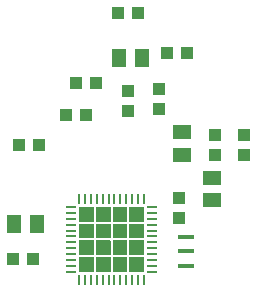
<source format=gbr>
G04 EAGLE Gerber RS-274X export*
G75*
%MOMM*%
%FSLAX34Y34*%
%LPD*%
%INSolderpaste Bottom*%
%IPPOS*%
%AMOC8*
5,1,8,0,0,1.08239X$1,22.5*%
G01*
%ADD10R,1.000000X1.100000*%
%ADD11R,1.500000X1.300000*%
%ADD12R,1.399997X0.400000*%
%ADD13R,1.100000X1.000000*%
%ADD14R,1.300000X1.500000*%
%ADD15R,0.812800X0.254000*%
%ADD16R,0.254000X0.812800*%

G36*
X330853Y294499D02*
X330853Y294499D01*
X330855Y294498D01*
X330898Y294518D01*
X330942Y294536D01*
X330942Y294538D01*
X330944Y294539D01*
X330977Y294624D01*
X330977Y306848D01*
X330976Y306850D01*
X330977Y306852D01*
X330957Y306895D01*
X330939Y306939D01*
X330937Y306939D01*
X330936Y306941D01*
X330851Y306974D01*
X318627Y306974D01*
X318625Y306973D01*
X318623Y306974D01*
X318580Y306954D01*
X318536Y306936D01*
X318536Y306934D01*
X318534Y306933D01*
X318501Y306848D01*
X318501Y294624D01*
X318502Y294622D01*
X318501Y294620D01*
X318521Y294577D01*
X318539Y294533D01*
X318541Y294533D01*
X318542Y294531D01*
X318627Y294498D01*
X330851Y294498D01*
X330853Y294499D01*
G37*
G36*
X359301Y294499D02*
X359301Y294499D01*
X359303Y294498D01*
X359346Y294518D01*
X359390Y294536D01*
X359390Y294538D01*
X359392Y294539D01*
X359425Y294624D01*
X359425Y306848D01*
X359424Y306850D01*
X359425Y306852D01*
X359405Y306895D01*
X359387Y306939D01*
X359385Y306939D01*
X359384Y306941D01*
X359299Y306974D01*
X347075Y306974D01*
X347073Y306973D01*
X347071Y306974D01*
X347028Y306954D01*
X346984Y306936D01*
X346984Y306934D01*
X346982Y306933D01*
X346949Y306848D01*
X346949Y294624D01*
X346950Y294622D01*
X346949Y294620D01*
X346969Y294577D01*
X346987Y294533D01*
X346989Y294533D01*
X346990Y294531D01*
X347075Y294498D01*
X359299Y294498D01*
X359301Y294499D01*
G37*
G36*
X345077Y294499D02*
X345077Y294499D01*
X345079Y294498D01*
X345122Y294518D01*
X345166Y294536D01*
X345166Y294538D01*
X345168Y294539D01*
X345201Y294624D01*
X345201Y306848D01*
X345200Y306850D01*
X345201Y306852D01*
X345181Y306895D01*
X345163Y306939D01*
X345161Y306939D01*
X345160Y306941D01*
X345075Y306974D01*
X332851Y306974D01*
X332849Y306973D01*
X332847Y306974D01*
X332804Y306954D01*
X332760Y306936D01*
X332760Y306934D01*
X332758Y306933D01*
X332725Y306848D01*
X332725Y294624D01*
X332726Y294622D01*
X332725Y294620D01*
X332745Y294577D01*
X332763Y294533D01*
X332765Y294533D01*
X332766Y294531D01*
X332851Y294498D01*
X345075Y294498D01*
X345077Y294499D01*
G37*
G36*
X373525Y294499D02*
X373525Y294499D01*
X373527Y294498D01*
X373570Y294518D01*
X373614Y294536D01*
X373614Y294538D01*
X373616Y294539D01*
X373649Y294624D01*
X373649Y306848D01*
X373648Y306850D01*
X373649Y306852D01*
X373629Y306895D01*
X373611Y306939D01*
X373609Y306939D01*
X373608Y306941D01*
X373523Y306974D01*
X361299Y306974D01*
X361297Y306973D01*
X361295Y306974D01*
X361252Y306954D01*
X361208Y306936D01*
X361208Y306934D01*
X361206Y306933D01*
X361173Y306848D01*
X361173Y294624D01*
X361174Y294622D01*
X361173Y294620D01*
X361193Y294577D01*
X361211Y294533D01*
X361213Y294533D01*
X361214Y294531D01*
X361299Y294498D01*
X373523Y294498D01*
X373525Y294499D01*
G37*
G36*
X359301Y280275D02*
X359301Y280275D01*
X359303Y280274D01*
X359346Y280294D01*
X359390Y280312D01*
X359390Y280314D01*
X359392Y280315D01*
X359425Y280400D01*
X359425Y292624D01*
X359424Y292626D01*
X359425Y292628D01*
X359405Y292671D01*
X359387Y292715D01*
X359385Y292715D01*
X359384Y292717D01*
X359299Y292750D01*
X347075Y292750D01*
X347073Y292749D01*
X347071Y292750D01*
X347028Y292730D01*
X346984Y292712D01*
X346984Y292710D01*
X346982Y292709D01*
X346949Y292624D01*
X346949Y280400D01*
X346950Y280398D01*
X346949Y280396D01*
X346969Y280353D01*
X346987Y280309D01*
X346989Y280309D01*
X346990Y280307D01*
X347075Y280274D01*
X359299Y280274D01*
X359301Y280275D01*
G37*
G36*
X330853Y280275D02*
X330853Y280275D01*
X330855Y280274D01*
X330898Y280294D01*
X330942Y280312D01*
X330942Y280314D01*
X330944Y280315D01*
X330977Y280400D01*
X330977Y292624D01*
X330976Y292626D01*
X330977Y292628D01*
X330957Y292671D01*
X330939Y292715D01*
X330937Y292715D01*
X330936Y292717D01*
X330851Y292750D01*
X318627Y292750D01*
X318625Y292749D01*
X318623Y292750D01*
X318580Y292730D01*
X318536Y292712D01*
X318536Y292710D01*
X318534Y292709D01*
X318501Y292624D01*
X318501Y280400D01*
X318502Y280398D01*
X318501Y280396D01*
X318521Y280353D01*
X318539Y280309D01*
X318541Y280309D01*
X318542Y280307D01*
X318627Y280274D01*
X330851Y280274D01*
X330853Y280275D01*
G37*
G36*
X345077Y280275D02*
X345077Y280275D01*
X345079Y280274D01*
X345122Y280294D01*
X345166Y280312D01*
X345166Y280314D01*
X345168Y280315D01*
X345201Y280400D01*
X345201Y292624D01*
X345200Y292626D01*
X345201Y292628D01*
X345181Y292671D01*
X345163Y292715D01*
X345161Y292715D01*
X345160Y292717D01*
X345075Y292750D01*
X332851Y292750D01*
X332849Y292749D01*
X332847Y292750D01*
X332804Y292730D01*
X332760Y292712D01*
X332760Y292710D01*
X332758Y292709D01*
X332725Y292624D01*
X332725Y280400D01*
X332726Y280398D01*
X332725Y280396D01*
X332745Y280353D01*
X332763Y280309D01*
X332765Y280309D01*
X332766Y280307D01*
X332851Y280274D01*
X345075Y280274D01*
X345077Y280275D01*
G37*
G36*
X373525Y280275D02*
X373525Y280275D01*
X373527Y280274D01*
X373570Y280294D01*
X373614Y280312D01*
X373614Y280314D01*
X373616Y280315D01*
X373649Y280400D01*
X373649Y292624D01*
X373648Y292626D01*
X373649Y292628D01*
X373629Y292671D01*
X373611Y292715D01*
X373609Y292715D01*
X373608Y292717D01*
X373523Y292750D01*
X361299Y292750D01*
X361297Y292749D01*
X361295Y292750D01*
X361252Y292730D01*
X361208Y292712D01*
X361208Y292710D01*
X361206Y292709D01*
X361173Y292624D01*
X361173Y280400D01*
X361174Y280398D01*
X361173Y280396D01*
X361193Y280353D01*
X361211Y280309D01*
X361213Y280309D01*
X361214Y280307D01*
X361299Y280274D01*
X373523Y280274D01*
X373525Y280275D01*
G37*
G36*
X330853Y266051D02*
X330853Y266051D01*
X330855Y266050D01*
X330898Y266070D01*
X330942Y266088D01*
X330942Y266090D01*
X330944Y266091D01*
X330977Y266176D01*
X330977Y278400D01*
X330976Y278402D01*
X330977Y278404D01*
X330957Y278447D01*
X330939Y278491D01*
X330937Y278491D01*
X330936Y278493D01*
X330851Y278526D01*
X318627Y278526D01*
X318625Y278525D01*
X318623Y278526D01*
X318580Y278506D01*
X318536Y278488D01*
X318536Y278486D01*
X318534Y278485D01*
X318501Y278400D01*
X318501Y266176D01*
X318502Y266174D01*
X318501Y266172D01*
X318521Y266129D01*
X318539Y266085D01*
X318541Y266085D01*
X318542Y266083D01*
X318627Y266050D01*
X330851Y266050D01*
X330853Y266051D01*
G37*
G36*
X359301Y266051D02*
X359301Y266051D01*
X359303Y266050D01*
X359346Y266070D01*
X359390Y266088D01*
X359390Y266090D01*
X359392Y266091D01*
X359425Y266176D01*
X359425Y278400D01*
X359424Y278402D01*
X359425Y278404D01*
X359405Y278447D01*
X359387Y278491D01*
X359385Y278491D01*
X359384Y278493D01*
X359299Y278526D01*
X347075Y278526D01*
X347073Y278525D01*
X347071Y278526D01*
X347028Y278506D01*
X346984Y278488D01*
X346984Y278486D01*
X346982Y278485D01*
X346949Y278400D01*
X346949Y266176D01*
X346950Y266174D01*
X346949Y266172D01*
X346969Y266129D01*
X346987Y266085D01*
X346989Y266085D01*
X346990Y266083D01*
X347075Y266050D01*
X359299Y266050D01*
X359301Y266051D01*
G37*
G36*
X345077Y266051D02*
X345077Y266051D01*
X345079Y266050D01*
X345122Y266070D01*
X345166Y266088D01*
X345166Y266090D01*
X345168Y266091D01*
X345201Y266176D01*
X345201Y278400D01*
X345200Y278402D01*
X345201Y278404D01*
X345181Y278447D01*
X345163Y278491D01*
X345161Y278491D01*
X345160Y278493D01*
X345075Y278526D01*
X332851Y278526D01*
X332849Y278525D01*
X332847Y278526D01*
X332804Y278506D01*
X332760Y278488D01*
X332760Y278486D01*
X332758Y278485D01*
X332725Y278400D01*
X332725Y266176D01*
X332726Y266174D01*
X332725Y266172D01*
X332745Y266129D01*
X332763Y266085D01*
X332765Y266085D01*
X332766Y266083D01*
X332851Y266050D01*
X345075Y266050D01*
X345077Y266051D01*
G37*
G36*
X373525Y266051D02*
X373525Y266051D01*
X373527Y266050D01*
X373570Y266070D01*
X373614Y266088D01*
X373614Y266090D01*
X373616Y266091D01*
X373649Y266176D01*
X373649Y278400D01*
X373648Y278402D01*
X373649Y278404D01*
X373629Y278447D01*
X373611Y278491D01*
X373609Y278491D01*
X373608Y278493D01*
X373523Y278526D01*
X361299Y278526D01*
X361297Y278525D01*
X361295Y278526D01*
X361252Y278506D01*
X361208Y278488D01*
X361208Y278486D01*
X361206Y278485D01*
X361173Y278400D01*
X361173Y266176D01*
X361174Y266174D01*
X361173Y266172D01*
X361193Y266129D01*
X361211Y266085D01*
X361213Y266085D01*
X361214Y266083D01*
X361299Y266050D01*
X373523Y266050D01*
X373525Y266051D01*
G37*
G36*
X345077Y251827D02*
X345077Y251827D01*
X345079Y251826D01*
X345122Y251846D01*
X345166Y251864D01*
X345166Y251866D01*
X345168Y251867D01*
X345201Y251952D01*
X345201Y264176D01*
X345200Y264178D01*
X345201Y264180D01*
X345181Y264223D01*
X345163Y264267D01*
X345161Y264267D01*
X345160Y264269D01*
X345075Y264302D01*
X332851Y264302D01*
X332849Y264301D01*
X332847Y264302D01*
X332804Y264282D01*
X332760Y264264D01*
X332760Y264262D01*
X332758Y264261D01*
X332725Y264176D01*
X332725Y251952D01*
X332726Y251950D01*
X332725Y251948D01*
X332745Y251905D01*
X332763Y251861D01*
X332765Y251861D01*
X332766Y251859D01*
X332851Y251826D01*
X345075Y251826D01*
X345077Y251827D01*
G37*
G36*
X359301Y251827D02*
X359301Y251827D01*
X359303Y251826D01*
X359346Y251846D01*
X359390Y251864D01*
X359390Y251866D01*
X359392Y251867D01*
X359425Y251952D01*
X359425Y264176D01*
X359424Y264178D01*
X359425Y264180D01*
X359405Y264223D01*
X359387Y264267D01*
X359385Y264267D01*
X359384Y264269D01*
X359299Y264302D01*
X347075Y264302D01*
X347073Y264301D01*
X347071Y264302D01*
X347028Y264282D01*
X346984Y264264D01*
X346984Y264262D01*
X346982Y264261D01*
X346949Y264176D01*
X346949Y251952D01*
X346950Y251950D01*
X346949Y251948D01*
X346969Y251905D01*
X346987Y251861D01*
X346989Y251861D01*
X346990Y251859D01*
X347075Y251826D01*
X359299Y251826D01*
X359301Y251827D01*
G37*
G36*
X373525Y251827D02*
X373525Y251827D01*
X373527Y251826D01*
X373570Y251846D01*
X373614Y251864D01*
X373614Y251866D01*
X373616Y251867D01*
X373649Y251952D01*
X373649Y264176D01*
X373648Y264178D01*
X373649Y264180D01*
X373629Y264223D01*
X373611Y264267D01*
X373609Y264267D01*
X373608Y264269D01*
X373523Y264302D01*
X361299Y264302D01*
X361297Y264301D01*
X361295Y264302D01*
X361252Y264282D01*
X361208Y264264D01*
X361208Y264262D01*
X361206Y264261D01*
X361173Y264176D01*
X361173Y251952D01*
X361174Y251950D01*
X361173Y251948D01*
X361193Y251905D01*
X361211Y251861D01*
X361213Y251861D01*
X361214Y251859D01*
X361299Y251826D01*
X373523Y251826D01*
X373525Y251827D01*
G37*
G36*
X330853Y251827D02*
X330853Y251827D01*
X330855Y251826D01*
X330898Y251846D01*
X330942Y251864D01*
X330942Y251866D01*
X330944Y251867D01*
X330977Y251952D01*
X330977Y264176D01*
X330976Y264178D01*
X330977Y264180D01*
X330957Y264223D01*
X330939Y264267D01*
X330937Y264267D01*
X330936Y264269D01*
X330851Y264302D01*
X318627Y264302D01*
X318625Y264301D01*
X318623Y264302D01*
X318580Y264282D01*
X318536Y264264D01*
X318536Y264262D01*
X318534Y264261D01*
X318501Y264176D01*
X318501Y251952D01*
X318502Y251950D01*
X318501Y251948D01*
X318521Y251905D01*
X318539Y251861D01*
X318541Y251861D01*
X318542Y251859D01*
X318627Y251826D01*
X330851Y251826D01*
X330853Y251827D01*
G37*
D10*
X433705Y367910D03*
X433705Y350910D03*
D11*
X406083Y351180D03*
X406083Y370180D03*
D12*
X408940Y257240D03*
X408940Y269240D03*
X408940Y281240D03*
D13*
X386080Y406963D03*
X386080Y389963D03*
X392820Y437515D03*
X409820Y437515D03*
D10*
X402908Y297253D03*
X402908Y314253D03*
D13*
X262328Y263208D03*
X279328Y263208D03*
D14*
X282868Y292735D03*
X263868Y292735D03*
D10*
X285043Y359728D03*
X268043Y359728D03*
D11*
X431165Y331445D03*
X431165Y312445D03*
D13*
X458470Y368228D03*
X458470Y351228D03*
D10*
X315668Y411480D03*
X332668Y411480D03*
D13*
X359728Y405058D03*
X359728Y388058D03*
D10*
X307413Y385128D03*
X324413Y385128D03*
D13*
X368863Y471488D03*
X351863Y471488D03*
D14*
X352450Y433388D03*
X371450Y433388D03*
D15*
X380619Y306907D03*
X380619Y301906D03*
X380619Y296904D03*
X380619Y291903D03*
X380619Y286902D03*
X380619Y281901D03*
X380619Y276899D03*
X380619Y271898D03*
X380619Y266897D03*
X380619Y261896D03*
X380619Y256894D03*
X380619Y251893D03*
D16*
X373582Y244856D03*
X368581Y244856D03*
X363579Y244856D03*
X358578Y244856D03*
X353577Y244856D03*
X348576Y244856D03*
X343574Y244856D03*
X338573Y244856D03*
X333572Y244856D03*
X328571Y244856D03*
X323569Y244856D03*
X318568Y244856D03*
D15*
X311531Y251893D03*
X311531Y256894D03*
X311531Y261896D03*
X311531Y266897D03*
X311531Y271898D03*
X311531Y276899D03*
X311531Y281901D03*
X311531Y286902D03*
X311531Y291903D03*
X311531Y296904D03*
X311531Y301906D03*
X311531Y306907D03*
D16*
X318568Y313944D03*
X323569Y313944D03*
X328571Y313944D03*
X333572Y313944D03*
X338573Y313944D03*
X343574Y313944D03*
X348576Y313944D03*
X353577Y313944D03*
X358578Y313944D03*
X363579Y313944D03*
X368581Y313944D03*
X373582Y313944D03*
M02*

</source>
